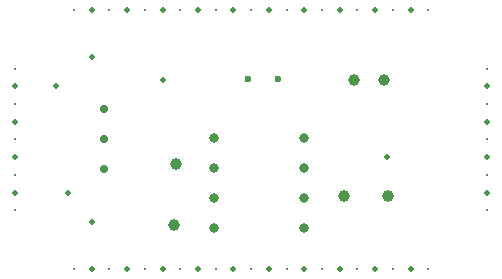
<source format=gbr>
%TF.GenerationSoftware,KiCad,Pcbnew,9.0.6*%
%TF.CreationDate,2025-12-09T16:42:37+01:00*%
%TF.ProjectId,Lumiere,4c756d69-6572-4652-9e6b-696361645f70,rev?*%
%TF.SameCoordinates,Original*%
%TF.FileFunction,Plated,1,2,PTH,Drill*%
%TF.FilePolarity,Positive*%
%FSLAX46Y46*%
G04 Gerber Fmt 4.6, Leading zero omitted, Abs format (unit mm)*
G04 Created by KiCad (PCBNEW 9.0.6) date 2025-12-09 16:42:37*
%MOMM*%
%LPD*%
G01*
G04 APERTURE LIST*
%TA.AperFunction,ViaDrill*%
%ADD10C,0.300000*%
%TD*%
%TA.AperFunction,ViaDrill*%
%ADD11C,0.500000*%
%TD*%
%TA.AperFunction,ComponentDrill*%
%ADD12C,0.600000*%
%TD*%
%TA.AperFunction,ComponentDrill*%
%ADD13C,0.710000*%
%TD*%
%TA.AperFunction,ComponentDrill*%
%ADD14C,0.800000*%
%TD*%
%TA.AperFunction,ComponentDrill*%
%ADD15C,1.000000*%
%TD*%
G04 APERTURE END LIST*
D10*
X13530000Y-18590000D03*
X13530000Y-21590000D03*
X13530000Y-24590000D03*
X13530000Y-27590000D03*
X13530000Y-30590000D03*
X18530000Y-13590000D03*
X18530000Y-35590000D03*
X21530000Y-13590000D03*
X21530000Y-35590000D03*
X24530000Y-13590000D03*
X24530000Y-35590000D03*
X27530000Y-13590000D03*
X27530000Y-35590000D03*
X30530000Y-13590000D03*
X30530000Y-35590000D03*
X33530000Y-13590000D03*
X33530000Y-35590000D03*
X36530000Y-13590000D03*
X36530000Y-35590000D03*
X39530000Y-13590000D03*
X39530000Y-35590000D03*
X42530000Y-13590000D03*
X42530000Y-35590000D03*
X45530000Y-13590000D03*
X45530000Y-35590000D03*
X48530000Y-13590000D03*
X48530000Y-35590000D03*
X53530000Y-18590000D03*
X53530000Y-21590000D03*
X53530000Y-24590000D03*
X53530000Y-27590000D03*
X53530000Y-30590000D03*
D11*
X13530000Y-20090000D03*
X13530000Y-23090000D03*
X13530000Y-26090000D03*
X13530000Y-29090000D03*
X17030000Y-20090000D03*
X18030000Y-29090000D03*
X20030000Y-13590000D03*
X20030000Y-17590000D03*
X20030000Y-31590000D03*
X20030000Y-35590000D03*
X23030000Y-13590000D03*
X23030000Y-35590000D03*
X26030000Y-13590000D03*
X26030000Y-19590000D03*
X26030000Y-35590000D03*
X29030000Y-13590000D03*
X29030000Y-35590000D03*
X32030000Y-13590000D03*
X32030000Y-35590000D03*
X35030000Y-13590000D03*
X35030000Y-35590000D03*
X38030000Y-13590000D03*
X38030000Y-35590000D03*
X41030000Y-13590000D03*
X41030000Y-35590000D03*
X44030000Y-13590000D03*
X44030000Y-35590000D03*
X45030000Y-26090000D03*
X47030000Y-13590000D03*
X47030000Y-35590000D03*
X53530000Y-20090000D03*
X53530000Y-23090000D03*
X53530000Y-26090000D03*
X53530000Y-29090000D03*
D12*
%TO.C,R1*%
X33260000Y-19490000D03*
X35800000Y-19490000D03*
D13*
%TO.C,RVAR1*%
X21035000Y-22050000D03*
X21035000Y-24590000D03*
X21035000Y-27130000D03*
D14*
%TO.C,U2*%
X30415000Y-24435000D03*
X30415000Y-26975000D03*
X30415000Y-29515000D03*
X30415000Y-32055000D03*
X38035000Y-24435000D03*
X38035000Y-26975000D03*
X38035000Y-29515000D03*
X38035000Y-32055000D03*
D15*
%TO.C,TP1*%
X27030000Y-31790000D03*
%TO.C,TP11*%
X27130000Y-26690000D03*
%TO.C,TP2*%
X41430000Y-29390000D03*
%TO.C,J8*%
X42280000Y-19565000D03*
X44780000Y-19565000D03*
%TO.C,J4*%
X45130000Y-29390000D03*
M02*

</source>
